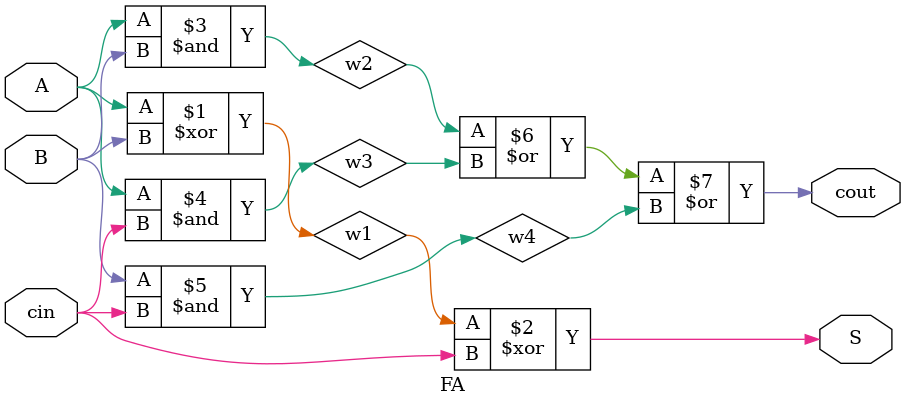
<source format=v>

`timescale 1ns/1ns

module FA(input A, input B, input cin, output S, output cout);
wire w1, w2, w3, w4;
xor xor1 (w1, A, B);
xor xor2 (S, w1, cin);
and and1 (w2, A, B);
and and2 (w3, A, cin);
and and3 (w4, B, cin);
or or1 (cout, w2, w3, w4);
endmodule
</source>
